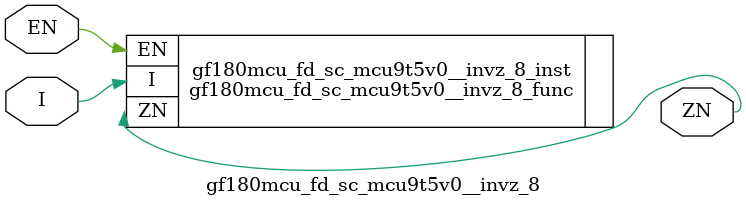
<source format=v>

module gf180mcu_fd_sc_mcu9t5v0__invz_8( EN, I, ZN );
input EN, I;
output ZN;

   `ifdef FUNCTIONAL  //  functional //

	gf180mcu_fd_sc_mcu9t5v0__invz_8_func gf180mcu_fd_sc_mcu9t5v0__invz_8_behav_inst(.EN(EN),.I(I),.ZN(ZN));

   `else

	gf180mcu_fd_sc_mcu9t5v0__invz_8_func gf180mcu_fd_sc_mcu9t5v0__invz_8_inst(.EN(EN),.I(I),.ZN(ZN));

	// spec_gates_begin


	// spec_gates_end



   specify

	// specify_block_begin

	// comb arc EN --> ZN
	 (EN => ZN) = (1.0,1.0);

	// comb arc I --> ZN
	 (I => ZN) = (1.0,1.0);

	// specify_block_end

   endspecify

   `endif

endmodule

</source>
